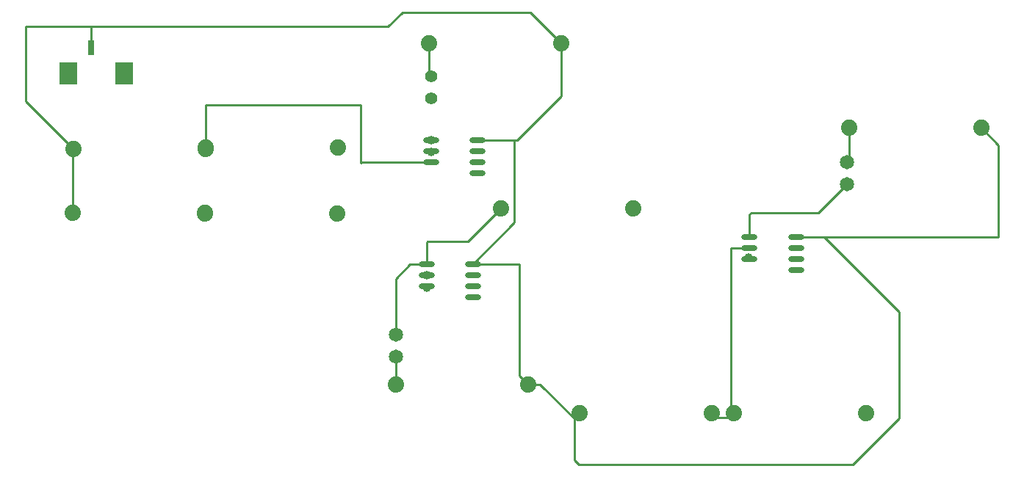
<source format=gtl>
G04 Layer: TopLayer*
G04 EasyEDA v6.5.50, 2025-05-12 09:01:39*
G04 467dd6194114452b8036c6a5a6649833,7003e7d2a7ba44f9b311faf21ea13ffe,10*
G04 Gerber Generator version 0.2*
G04 Scale: 100 percent, Rotated: No, Reflected: No *
G04 Dimensions in millimeters *
G04 leading zeros omitted , absolute positions ,4 integer and 5 decimal *
%FSLAX45Y45*%
%MOMM*%

%ADD10C,0.2540*%
%ADD11R,2.0000X2.5000*%
%ADD12R,0.8000X1.8000*%
%ADD13O,1.8649950000000002X0.6299962*%
%ADD14C,1.4000*%
%ADD15C,1.6510*%
%ADD16C,1.8796*%
%ADD17C,1.8800*%
%ADD18C,1.0000*%
%ADD19C,0.0119*%

%LPD*%
D10*
X7150102Y12395200D02*
G01*
X7150102Y11785602D01*
X6642100Y11277600D01*
X6186446Y11277600D01*
X6454470Y10490200D02*
G01*
X6073470Y10109200D01*
X5613400Y10109200D01*
X5599150Y10094950D01*
X5599150Y9842500D01*
X6614396Y11277600D02*
G01*
X6614396Y10321246D01*
X6135649Y9842500D01*
X1715447Y12585700D02*
G01*
X5156200Y12585700D01*
X5321300Y12750800D01*
X6794502Y12750800D01*
X7150102Y12395200D01*
X7302500Y8064500D02*
G01*
X7302500Y7581900D01*
X7353300Y7531100D01*
X10515600Y7531100D01*
X11049000Y8064500D01*
X11049000Y9296400D01*
X10185400Y10160000D01*
X9859614Y10160000D01*
X10185400Y10160000D02*
G01*
X12192000Y10160000D01*
X12192000Y11216970D01*
X11991670Y11417300D01*
X10467670Y11417300D02*
G01*
X10467670Y11049000D01*
X10442270Y11023600D01*
X9323120Y10160000D02*
G01*
X9323120Y10415320D01*
X9347200Y10439400D01*
X10112070Y10439400D01*
X10442270Y10769600D01*
X1526870Y11176000D02*
G01*
X1524000Y11173129D01*
X1524000Y10439400D01*
X1731086Y12337008D02*
G01*
X1731086Y12585700D01*
X977900Y12585700D01*
X977900Y11724970D01*
X1526870Y11176000D01*
X8826500Y8064500D02*
G01*
X8839200Y8077200D01*
X9105900Y8077200D01*
X6769100Y8458200D02*
G01*
X6908800Y8458200D01*
X7302500Y8064500D01*
X5245102Y8775700D02*
G01*
X5245102Y8458200D01*
X6135646Y9842500D02*
G01*
X6667500Y9842500D01*
X6667500Y8559802D01*
X6769102Y8458200D01*
X5626102Y12395200D02*
G01*
X5626102Y12039600D01*
X5651502Y12014200D01*
X9105900Y8077200D02*
G01*
X9105900Y10033000D01*
X9323115Y10033000D01*
X5245102Y9029700D02*
G01*
X5245102Y9677402D01*
X5410200Y9842500D01*
X5599148Y9842500D01*
X3050870Y11188700D02*
G01*
X3050870Y11684000D01*
X4838700Y11684000D01*
X4838700Y11010900D01*
X4851400Y11023600D01*
X5649948Y11023600D01*
D11*
G01*
X1471244Y12047016D03*
G01*
X2115896Y12047016D03*
D12*
G01*
X1731086Y12337008D03*
D13*
G01*
X5649950Y11277600D03*
G01*
X5649950Y11150600D03*
G01*
X5649950Y11023600D03*
G01*
X6186449Y11277600D03*
G01*
X6186449Y11150600D03*
G01*
X6186449Y11023600D03*
G01*
X6186449Y10896600D03*
G01*
X9323120Y10160000D03*
G01*
X9323120Y10033000D03*
G01*
X9323120Y9906000D03*
G01*
X9859619Y10160000D03*
G01*
X9859619Y10033000D03*
G01*
X9859619Y9906000D03*
G01*
X9859619Y9779000D03*
G01*
X6135649Y9842500D03*
G01*
X6135649Y9715500D03*
G01*
X6135649Y9588500D03*
G01*
X6135649Y9461500D03*
G01*
X5599150Y9842500D03*
G01*
X5599150Y9715500D03*
G01*
X5599150Y9588500D03*
D14*
G01*
X5651500Y12014200D03*
G01*
X5651500Y11760200D03*
D15*
G01*
X5245100Y8775700D03*
G01*
X5245100Y9029700D03*
G01*
X10442270Y11023600D03*
G01*
X10442270Y10769600D03*
D16*
G01*
X1526870Y11176000D03*
G01*
X3050870Y11176000D03*
G01*
X3050870Y11188700D03*
D17*
G01*
X4574895Y11188674D03*
D16*
G01*
X1524000Y10439400D03*
G01*
X3048000Y10439400D03*
G01*
X3048000Y10426700D03*
G01*
X4572000Y10426700D03*
G01*
X6454470Y10490200D03*
G01*
X7978470Y10490200D03*
G01*
X7366000Y8128000D03*
G01*
X8890000Y8128000D03*
G01*
X9144000Y8128000D03*
G01*
X10668000Y8128000D03*
G01*
X5245100Y8458200D03*
G01*
X6769100Y8458200D03*
G01*
X5626100Y12395200D03*
G01*
X7150100Y12395200D03*
G01*
X10467670Y11417300D03*
G01*
X11991670Y11417300D03*
D18*
G01*
X5599150Y9715500D03*
G01*
X5649975Y11277600D03*
G01*
X5651500Y11137900D03*
G01*
X5600700Y9575800D03*
G01*
X9309100Y9918700D03*
M02*

</source>
